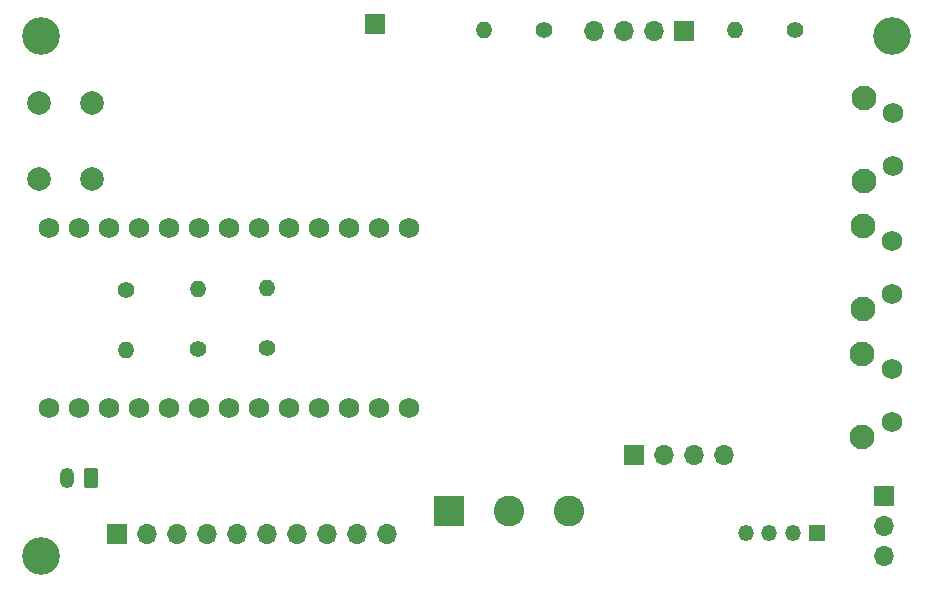
<source format=gbr>
%TF.GenerationSoftware,KiCad,Pcbnew,8.0.6-8.0.6-0~ubuntu24.04.1*%
%TF.CreationDate,2025-11-22T22:57:42-05:00*%
%TF.ProjectId,rook,726f6f6b-2e6b-4696-9361-645f70636258,rev?*%
%TF.SameCoordinates,Original*%
%TF.FileFunction,Soldermask,Bot*%
%TF.FilePolarity,Negative*%
%FSLAX46Y46*%
G04 Gerber Fmt 4.6, Leading zero omitted, Abs format (unit mm)*
G04 Created by KiCad (PCBNEW 8.0.6-8.0.6-0~ubuntu24.04.1) date 2025-11-22 22:57:42*
%MOMM*%
%LPD*%
G01*
G04 APERTURE LIST*
G04 Aperture macros list*
%AMRoundRect*
0 Rectangle with rounded corners*
0 $1 Rounding radius*
0 $2 $3 $4 $5 $6 $7 $8 $9 X,Y pos of 4 corners*
0 Add a 4 corners polygon primitive as box body*
4,1,4,$2,$3,$4,$5,$6,$7,$8,$9,$2,$3,0*
0 Add four circle primitives for the rounded corners*
1,1,$1+$1,$2,$3*
1,1,$1+$1,$4,$5*
1,1,$1+$1,$6,$7*
1,1,$1+$1,$8,$9*
0 Add four rect primitives between the rounded corners*
20,1,$1+$1,$2,$3,$4,$5,0*
20,1,$1+$1,$4,$5,$6,$7,0*
20,1,$1+$1,$6,$7,$8,$9,0*
20,1,$1+$1,$8,$9,$2,$3,0*%
G04 Aperture macros list end*
%ADD10R,1.700000X1.700000*%
%ADD11O,1.700000X1.700000*%
%ADD12C,1.752600*%
%ADD13C,1.400000*%
%ADD14O,1.400000X1.400000*%
%ADD15C,3.200000*%
%ADD16C,2.000000*%
%ADD17C,2.100000*%
%ADD18C,1.750000*%
%ADD19O,1.350000X1.350000*%
%ADD20R,1.350000X1.350000*%
%ADD21R,2.600000X2.600000*%
%ADD22C,2.600000*%
%ADD23O,1.200000X1.750000*%
%ADD24RoundRect,0.250000X0.350000X0.625000X-0.350000X0.625000X-0.350000X-0.625000X0.350000X-0.625000X0*%
G04 APERTURE END LIST*
D10*
%TO.C,J9*%
X6400000Y-42100000D03*
D11*
X8940000Y-42100000D03*
X11480000Y-42100000D03*
X14020000Y-42100000D03*
X16560000Y-42100000D03*
X19100000Y-42100000D03*
X21640000Y-42100000D03*
X24180000Y-42100000D03*
X26720000Y-42100000D03*
X29260000Y-42100000D03*
%TD*%
D12*
%TO.C,U2*%
X3240000Y-31450000D03*
X5780000Y-31450000D03*
X8320000Y-31450000D03*
X10860000Y-31450000D03*
X13400000Y-31450000D03*
X15940000Y-31450000D03*
X18480000Y-31450000D03*
X21020000Y-31450000D03*
X23560000Y-31450000D03*
X26100000Y-31450000D03*
X28640000Y-31450000D03*
X31180000Y-31450000D03*
X31180000Y-16210000D03*
X28640000Y-16210000D03*
X26100000Y-16210000D03*
X23560000Y-16210000D03*
X21020000Y-16210000D03*
X18480000Y-16210000D03*
X15940000Y-16210000D03*
X13400000Y-16210000D03*
X10860000Y-16210000D03*
X8320000Y-16210000D03*
X5780000Y-16210000D03*
X3240000Y-16210000D03*
X700000Y-16210000D03*
X700000Y-31450000D03*
%TD*%
D13*
%TO.C,R10*%
X19150000Y-26380000D03*
D14*
X19150000Y-21300000D03*
%TD*%
D15*
%TO.C,H4*%
X0Y-44000000D03*
%TD*%
D16*
%TO.C,SW4*%
X4300000Y-5600000D03*
X4300000Y-12100000D03*
X-200000Y-5600000D03*
X-200000Y-12100000D03*
%TD*%
D17*
%TO.C,SW1*%
X69660000Y-5200000D03*
X69660000Y-12210000D03*
D18*
X72150000Y-6450000D03*
X72150000Y-10950000D03*
%TD*%
D13*
%TO.C,R1*%
X13300000Y-26500000D03*
D14*
X13300000Y-21420000D03*
%TD*%
D17*
%TO.C,SW2*%
X69560000Y-16050000D03*
X69560000Y-23060000D03*
D18*
X72050000Y-17300000D03*
X72050000Y-21800000D03*
%TD*%
D15*
%TO.C,H1*%
X0Y0D03*
%TD*%
D17*
%TO.C,SW3*%
X69510000Y-26900000D03*
X69510000Y-33910000D03*
D18*
X72000000Y-28150000D03*
X72000000Y-32650000D03*
%TD*%
D10*
%TO.C,J3*%
X54450000Y440000D03*
D11*
X51910000Y440000D03*
X49370000Y440000D03*
X46830000Y440000D03*
%TD*%
D13*
%TO.C,R3*%
X42620000Y580000D03*
D14*
X37540000Y580000D03*
%TD*%
D13*
%TO.C,R2*%
X7150000Y-21500000D03*
D14*
X7150000Y-26580000D03*
%TD*%
D19*
%TO.C,U4*%
X59650000Y-42050000D03*
X61650000Y-42050000D03*
X63650000Y-42050000D03*
D20*
X65650000Y-42050000D03*
%TD*%
D15*
%TO.C,H3*%
X72000000Y0D03*
%TD*%
D10*
%TO.C,J8*%
X71400000Y-38920000D03*
D11*
X71400000Y-41460000D03*
X71400000Y-44000000D03*
%TD*%
D21*
%TO.C,J7*%
X34550000Y-40150000D03*
D22*
X39630000Y-40150000D03*
X44710000Y-40150000D03*
%TD*%
D10*
%TO.C,J4*%
X28250000Y1040000D03*
%TD*%
D14*
%TO.C,R4*%
X58760000Y570000D03*
D13*
X63840000Y570000D03*
%TD*%
D10*
%TO.C,J2*%
X50180000Y-35450000D03*
D11*
X52720000Y-35450000D03*
X55260000Y-35450000D03*
X57800000Y-35450000D03*
%TD*%
D23*
%TO.C,J1*%
X2200000Y-37400000D03*
D24*
X4200000Y-37400000D03*
%TD*%
M02*

</source>
